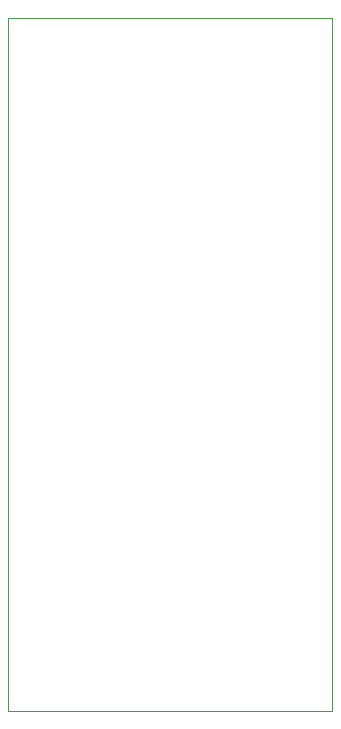
<source format=gbr>
%TF.GenerationSoftware,KiCad,Pcbnew,8.0.2*%
%TF.CreationDate,2024-07-30T13:46:02+02:00*%
%TF.ProjectId,lc29h_mikrobus_PCB,6c633239-685f-46d6-996b-726f6275735f,rev?*%
%TF.SameCoordinates,Original*%
%TF.FileFunction,Profile,NP*%
%FSLAX46Y46*%
G04 Gerber Fmt 4.6, Leading zero omitted, Abs format (unit mm)*
G04 Created by KiCad (PCBNEW 8.0.2) date 2024-07-30 13:46:02*
%MOMM*%
%LPD*%
G01*
G04 APERTURE LIST*
%TA.AperFunction,Profile*%
%ADD10C,0.050000*%
%TD*%
G04 APERTURE END LIST*
D10*
X151199500Y-38333500D02*
X123806500Y-38368500D01*
X151239000Y-97065000D02*
X151199500Y-38333500D01*
X123806500Y-38368500D02*
X123807000Y-97065000D01*
X123807000Y-97065000D02*
X151239000Y-97065000D01*
M02*

</source>
